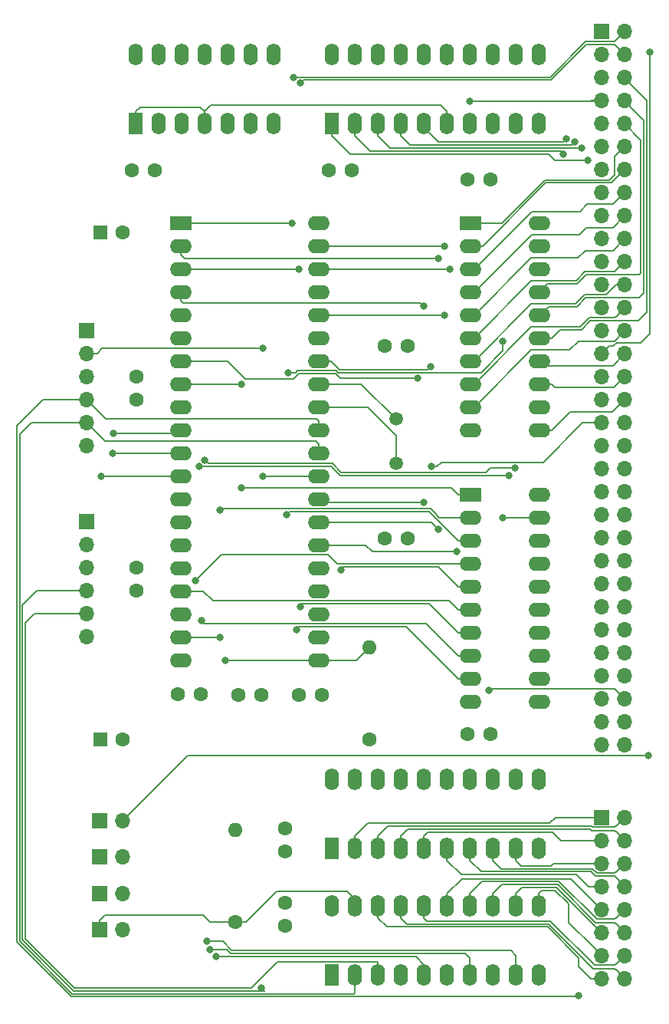
<source format=gbr>
G04 #@! TF.GenerationSoftware,KiCad,Pcbnew,(5.1.5-0-10_14)*
G04 #@! TF.CreationDate,2020-07-02T20:03:02+01:00*
G04 #@! TF.ProjectId,mc68681-basic,6d633638-3638-4312-9d62-617369632e6b,rev?*
G04 #@! TF.SameCoordinates,Original*
G04 #@! TF.FileFunction,Copper,L4,Bot*
G04 #@! TF.FilePolarity,Positive*
%FSLAX46Y46*%
G04 Gerber Fmt 4.6, Leading zero omitted, Abs format (unit mm)*
G04 Created by KiCad (PCBNEW (5.1.5-0-10_14)) date 2020-07-02 20:03:02*
%MOMM*%
%LPD*%
G04 APERTURE LIST*
%ADD10O,1.600000X1.600000*%
%ADD11C,1.600000*%
%ADD12O,1.600000X2.400000*%
%ADD13R,1.600000X2.400000*%
%ADD14C,1.600200*%
%ADD15C,1.500000*%
%ADD16O,1.700000X1.700000*%
%ADD17R,1.700000X1.700000*%
%ADD18O,2.400000X1.600000*%
%ADD19R,2.400000X1.600000*%
%ADD20R,1.600000X1.600000*%
%ADD21C,0.800000*%
%ADD22C,0.150000*%
G04 APERTURE END LIST*
D10*
X92850000Y-116815000D03*
D11*
X92850000Y-126975000D03*
D12*
X88700000Y-131380000D03*
X111560000Y-139000000D03*
X91240000Y-131380000D03*
X109020000Y-139000000D03*
X93780000Y-131380000D03*
X106480000Y-139000000D03*
X96320000Y-131380000D03*
X103940000Y-139000000D03*
X98860000Y-131380000D03*
X101400000Y-139000000D03*
X101400000Y-131380000D03*
X98860000Y-139000000D03*
X103940000Y-131380000D03*
X96320000Y-139000000D03*
X106480000Y-131380000D03*
X93780000Y-139000000D03*
X109020000Y-131380000D03*
X91240000Y-139000000D03*
X111560000Y-131380000D03*
D13*
X88700000Y-139000000D03*
D14*
X85065800Y-122075000D03*
X87605800Y-122075000D03*
X67100000Y-108080000D03*
X67100000Y-110620000D03*
X78355000Y-122075000D03*
X80895000Y-122075000D03*
X103644200Y-126450000D03*
X106184200Y-126450000D03*
X83500000Y-145044200D03*
X83500000Y-147584200D03*
X83500000Y-136815800D03*
X83500000Y-139355800D03*
X67100000Y-86920000D03*
X67100000Y-89460000D03*
X71644200Y-122000000D03*
X74184200Y-122000000D03*
X94505000Y-83550000D03*
X97045000Y-83550000D03*
X106184200Y-65175000D03*
X103644200Y-65175000D03*
X94505000Y-104850000D03*
X97045000Y-104850000D03*
X66594200Y-64200000D03*
X69134200Y-64200000D03*
X88294200Y-64200000D03*
X90834200Y-64200000D03*
D10*
X78025000Y-137015000D03*
D11*
X78025000Y-147175000D03*
D15*
X95775000Y-91644999D03*
X95775000Y-96524999D03*
D16*
X65540000Y-136000000D03*
D17*
X63000000Y-136000000D03*
D16*
X65540000Y-140000000D03*
D17*
X63000000Y-140000000D03*
D16*
X65540000Y-144000000D03*
D17*
X63000000Y-144000000D03*
D16*
X65540000Y-148000000D03*
D17*
X63000000Y-148000000D03*
D16*
X61550000Y-115700000D03*
X61550000Y-113160000D03*
X61550000Y-110620000D03*
X61550000Y-108080000D03*
X61550000Y-105540000D03*
D17*
X61550000Y-103000000D03*
D16*
X61550000Y-94540000D03*
X61550000Y-92000000D03*
X61550000Y-89460000D03*
X61550000Y-86920000D03*
X61550000Y-84380000D03*
D17*
X61550000Y-81840000D03*
D16*
X121000000Y-153380000D03*
X118460000Y-153380000D03*
X121000000Y-150840000D03*
X118460000Y-150840000D03*
X121000000Y-148300000D03*
X118460000Y-148300000D03*
X121000000Y-145760000D03*
X118460000Y-145760000D03*
X121000000Y-143220000D03*
X118460000Y-143220000D03*
X121000000Y-140680000D03*
X118460000Y-140680000D03*
X121000000Y-138140000D03*
X118460000Y-138140000D03*
X121000000Y-135600000D03*
D17*
X118460000Y-135600000D03*
D16*
X121000000Y-127640000D03*
X118460000Y-127640000D03*
X121000000Y-125100000D03*
X118460000Y-125100000D03*
X121000000Y-122560000D03*
X118460000Y-122560000D03*
X121000000Y-120020000D03*
X118460000Y-120020000D03*
X121000000Y-117480000D03*
X118460000Y-117480000D03*
X121000000Y-114940000D03*
X118460000Y-114940000D03*
X121000000Y-112400000D03*
X118460000Y-112400000D03*
X121000000Y-109860000D03*
X118460000Y-109860000D03*
X121000000Y-107320000D03*
X118460000Y-107320000D03*
X121000000Y-104780000D03*
X118460000Y-104780000D03*
X121000000Y-102240000D03*
X118460000Y-102240000D03*
X121000000Y-99700000D03*
X118460000Y-99700000D03*
X121000000Y-97160000D03*
X118460000Y-97160000D03*
X121000000Y-94620000D03*
X118460000Y-94620000D03*
X121000000Y-92080000D03*
X118460000Y-92080000D03*
X121000000Y-89540000D03*
X118460000Y-89540000D03*
X121000000Y-87000000D03*
X118460000Y-87000000D03*
X121000000Y-84460000D03*
X118460000Y-84460000D03*
X121000000Y-81920000D03*
X118460000Y-81920000D03*
X121000000Y-79380000D03*
X118460000Y-79380000D03*
X121000000Y-76840000D03*
X118460000Y-76840000D03*
X121000000Y-74300000D03*
X118460000Y-74300000D03*
X121000000Y-71760000D03*
X118460000Y-71760000D03*
X121000000Y-69220000D03*
X118460000Y-69220000D03*
X121000000Y-66680000D03*
X118460000Y-66680000D03*
X121000000Y-64140000D03*
X118460000Y-64140000D03*
X121000000Y-61600000D03*
X118460000Y-61600000D03*
X121000000Y-59060000D03*
X118460000Y-59060000D03*
X121000000Y-56520000D03*
X118460000Y-56520000D03*
X121000000Y-53980000D03*
X118460000Y-53980000D03*
X121000000Y-51440000D03*
X118460000Y-51440000D03*
X121000000Y-48900000D03*
D17*
X118460000Y-48900000D03*
D12*
X88700000Y-51430000D03*
X111560000Y-59050000D03*
X91240000Y-51430000D03*
X109020000Y-59050000D03*
X93780000Y-51430000D03*
X106480000Y-59050000D03*
X96320000Y-51430000D03*
X103940000Y-59050000D03*
X98860000Y-51430000D03*
X101400000Y-59050000D03*
X101400000Y-51430000D03*
X98860000Y-59050000D03*
X103940000Y-51430000D03*
X96320000Y-59050000D03*
X106480000Y-51430000D03*
X93780000Y-59050000D03*
X109020000Y-51430000D03*
X91240000Y-59050000D03*
X111560000Y-51430000D03*
D13*
X88700000Y-59050000D03*
D18*
X111620000Y-70000000D03*
X104000000Y-92860000D03*
X111620000Y-72540000D03*
X104000000Y-90320000D03*
X111620000Y-75080000D03*
X104000000Y-87780000D03*
X111620000Y-77620000D03*
X104000000Y-85240000D03*
X111620000Y-80160000D03*
X104000000Y-82700000D03*
X111620000Y-82700000D03*
X104000000Y-80160000D03*
X111620000Y-85240000D03*
X104000000Y-77620000D03*
X111620000Y-87780000D03*
X104000000Y-75080000D03*
X111620000Y-90320000D03*
X104000000Y-72540000D03*
X111620000Y-92860000D03*
D19*
X104000000Y-70000000D03*
D12*
X67000000Y-51430000D03*
X82240000Y-59050000D03*
X69540000Y-51430000D03*
X79700000Y-59050000D03*
X72080000Y-51430000D03*
X77160000Y-59050000D03*
X74620000Y-51430000D03*
X74620000Y-59050000D03*
X77160000Y-51430000D03*
X72080000Y-59050000D03*
X79700000Y-51430000D03*
X69540000Y-59050000D03*
X82240000Y-51430000D03*
D13*
X67000000Y-59050000D03*
D12*
X88700000Y-145380000D03*
X111560000Y-153000000D03*
X91240000Y-145380000D03*
X109020000Y-153000000D03*
X93780000Y-145380000D03*
X106480000Y-153000000D03*
X96320000Y-145380000D03*
X103940000Y-153000000D03*
X98860000Y-145380000D03*
X101400000Y-153000000D03*
X101400000Y-145380000D03*
X98860000Y-153000000D03*
X103940000Y-145380000D03*
X96320000Y-153000000D03*
X106480000Y-145380000D03*
X93780000Y-153000000D03*
X109020000Y-145380000D03*
X91240000Y-153000000D03*
X111560000Y-145380000D03*
D13*
X88700000Y-153000000D03*
D18*
X111620000Y-100000000D03*
X104000000Y-122860000D03*
X111620000Y-102540000D03*
X104000000Y-120320000D03*
X111620000Y-105080000D03*
X104000000Y-117780000D03*
X111620000Y-107620000D03*
X104000000Y-115240000D03*
X111620000Y-110160000D03*
X104000000Y-112700000D03*
X111620000Y-112700000D03*
X104000000Y-110160000D03*
X111620000Y-115240000D03*
X104000000Y-107620000D03*
X111620000Y-117780000D03*
X104000000Y-105080000D03*
X111620000Y-120320000D03*
X104000000Y-102540000D03*
X111620000Y-122860000D03*
D19*
X104000000Y-100000000D03*
D18*
X87240000Y-70000000D03*
X72000000Y-118260000D03*
X87240000Y-72540000D03*
X72000000Y-115720000D03*
X87240000Y-75080000D03*
X72000000Y-113180000D03*
X87240000Y-77620000D03*
X72000000Y-110640000D03*
X87240000Y-80160000D03*
X72000000Y-108100000D03*
X87240000Y-82700000D03*
X72000000Y-105560000D03*
X87240000Y-85240000D03*
X72000000Y-103020000D03*
X87240000Y-87780000D03*
X72000000Y-100480000D03*
X87240000Y-90320000D03*
X72000000Y-97940000D03*
X87240000Y-92860000D03*
X72000000Y-95400000D03*
X87240000Y-95400000D03*
X72000000Y-92860000D03*
X87240000Y-97940000D03*
X72000000Y-90320000D03*
X87240000Y-100480000D03*
X72000000Y-87780000D03*
X87240000Y-103020000D03*
X72000000Y-85240000D03*
X87240000Y-105560000D03*
X72000000Y-82700000D03*
X87240000Y-108100000D03*
X72000000Y-80160000D03*
X87240000Y-110640000D03*
X72000000Y-77620000D03*
X87240000Y-113180000D03*
X72000000Y-75080000D03*
X87240000Y-115720000D03*
X72000000Y-72540000D03*
X87240000Y-118260000D03*
D19*
X72000000Y-70000000D03*
D11*
X65592621Y-127000000D03*
D20*
X63092621Y-127000000D03*
D11*
X65592621Y-71000000D03*
D20*
X63092621Y-71000000D03*
D21*
X101125000Y-72575000D03*
X76300000Y-101650000D03*
X76275000Y-115725000D03*
X101725000Y-75075000D03*
X73600000Y-109459620D03*
X101099980Y-80150000D03*
X74250000Y-113925000D03*
X107572298Y-83022298D03*
X83850000Y-86500000D03*
X107550000Y-102500000D03*
X74909311Y-149279133D03*
X99625000Y-85850000D03*
X99700000Y-96875000D03*
X75234321Y-150209738D03*
X75850000Y-150975000D03*
X63199999Y-97950000D03*
X115975000Y-155325000D03*
X64500000Y-95450000D03*
X64525000Y-93225000D03*
X80875000Y-154424990D03*
X81050000Y-83850000D03*
X81050000Y-97950000D03*
X98825000Y-100850000D03*
X106000000Y-121575000D03*
X78725000Y-99225000D03*
X78725000Y-87775000D03*
X100449990Y-103800000D03*
X98125000Y-87150000D03*
X102450000Y-106300000D03*
X108222298Y-97850000D03*
X74000000Y-96900000D03*
X84750000Y-114880010D03*
X108875000Y-97050000D03*
X74650000Y-96163202D03*
X85200000Y-112340010D03*
X98825000Y-79200000D03*
X89650000Y-108270000D03*
X85193727Y-54558833D03*
X85075000Y-75100000D03*
X83700000Y-102180010D03*
X100424999Y-73925000D03*
X76925000Y-118275000D03*
X84475000Y-53900000D03*
X84275000Y-70000000D03*
X123800000Y-51125000D03*
X114583376Y-60700010D03*
X103950000Y-56525000D03*
X115536612Y-61050020D03*
X116300000Y-61725000D03*
X114275000Y-62375020D03*
X116950000Y-63125000D03*
X123600000Y-128750000D03*
D22*
X92645000Y-90320000D02*
X87240000Y-90320000D01*
X95775000Y-93450000D02*
X92645000Y-90320000D01*
X95775000Y-96524999D02*
X95775000Y-93450000D01*
X91910001Y-87780000D02*
X87240000Y-87780000D01*
X95775000Y-91644999D02*
X91910001Y-87780000D01*
X87275000Y-72575000D02*
X87240000Y-72540000D01*
X101125000Y-72575000D02*
X87275000Y-72575000D01*
X104000000Y-102540000D02*
X100569632Y-102540000D01*
X100569632Y-102540000D02*
X99927316Y-101897684D01*
X99927316Y-101897684D02*
X99559643Y-101530010D01*
X99559643Y-101530010D02*
X86105010Y-101530010D01*
X86105010Y-101530010D02*
X81205010Y-101530010D01*
X86105010Y-101530010D02*
X86000000Y-101530010D01*
X76419990Y-101530010D02*
X76300000Y-101650000D01*
X81205010Y-101530010D02*
X76419990Y-101530010D01*
X72005000Y-115725000D02*
X72000000Y-115720000D01*
X76275000Y-115725000D02*
X72005000Y-115725000D01*
X87245000Y-75075000D02*
X87240000Y-75080000D01*
X101725000Y-75075000D02*
X87245000Y-75075000D01*
X104000000Y-107620000D02*
X89295000Y-107620000D01*
X88285010Y-106610010D02*
X86285010Y-106610010D01*
X89295000Y-107620000D02*
X88285010Y-106610010D01*
X86285010Y-106610010D02*
X86275000Y-106600000D01*
X76449610Y-106610010D02*
X73600000Y-109459620D01*
X81939990Y-106610010D02*
X76449610Y-106610010D01*
X86285010Y-106610010D02*
X81939990Y-106610010D01*
X81939990Y-106610010D02*
X81785010Y-106610010D01*
X74459980Y-110640000D02*
X72000000Y-110640000D01*
X75509990Y-111690010D02*
X74459980Y-110640000D01*
X101640010Y-111690010D02*
X75509990Y-111690010D01*
X102650000Y-112700000D02*
X101640010Y-111690010D01*
X104000000Y-112700000D02*
X102650000Y-112700000D01*
X87250000Y-80150000D02*
X87240000Y-80160000D01*
X101099980Y-80150000D02*
X87250000Y-80150000D01*
X102650000Y-117780000D02*
X101600000Y-116730000D01*
X104000000Y-117780000D02*
X102650000Y-117780000D01*
X99100010Y-114230010D02*
X85605010Y-114230010D01*
X101600000Y-116730000D02*
X99100010Y-114230010D01*
X85605010Y-114230010D02*
X82105010Y-114230010D01*
X74555010Y-114230010D02*
X74250000Y-113925000D01*
X82105010Y-114230010D02*
X74555010Y-114230010D01*
X107572298Y-83022298D02*
X107572298Y-84112714D01*
X107572298Y-84112714D02*
X105185012Y-86500000D01*
X111580000Y-102500000D02*
X111620000Y-102540000D01*
X107550000Y-102500000D02*
X111580000Y-102500000D01*
X83850000Y-86500000D02*
X84675000Y-86500000D01*
X84675000Y-86500000D02*
X84875000Y-86300000D01*
X89190368Y-86300000D02*
X89390367Y-86500000D01*
X84875000Y-86300000D02*
X89190368Y-86300000D01*
X89390367Y-86500000D02*
X105185012Y-86500000D01*
X74909311Y-149279133D02*
X76621474Y-149279133D01*
X77600000Y-150257659D02*
X77607659Y-150257659D01*
X77607659Y-150257659D02*
X77674980Y-150324980D01*
X76621474Y-149279133D02*
X77600000Y-150257659D01*
X77674980Y-150324980D02*
X108449980Y-150324980D01*
X109020000Y-150895000D02*
X109020000Y-153600000D01*
X108449980Y-150324980D02*
X109020000Y-150895000D01*
X88590000Y-85240000D02*
X89524990Y-86174990D01*
X87240000Y-85240000D02*
X88590000Y-85240000D01*
X99300010Y-86174990D02*
X99625000Y-85850000D01*
X89524990Y-86174990D02*
X99300010Y-86174990D01*
X100265685Y-96875000D02*
X100740686Y-96399999D01*
X100740686Y-96399999D02*
X112024999Y-96399999D01*
X99700000Y-96875000D02*
X100265685Y-96875000D01*
X116344998Y-92080000D02*
X118460000Y-92080000D01*
X112024999Y-96399999D02*
X116344998Y-92080000D01*
X75234321Y-150209738D02*
X77084748Y-150209738D01*
X77525000Y-150649990D02*
X103424990Y-150649990D01*
X77084748Y-150209738D02*
X77525000Y-150649990D01*
X103940000Y-151165000D02*
X103940000Y-153600000D01*
X103424990Y-150649990D02*
X103940000Y-151165000D01*
X75850000Y-150975000D02*
X97975000Y-150975000D01*
X98860000Y-151860000D02*
X98860000Y-153600000D01*
X97975000Y-150975000D02*
X98860000Y-151860000D01*
X71990000Y-97950000D02*
X72000000Y-97940000D01*
X63199999Y-97950000D02*
X71990000Y-97950000D01*
X61550000Y-89460000D02*
X63715000Y-91625000D01*
X87240000Y-91910000D02*
X87240000Y-92860000D01*
X86955000Y-91625000D02*
X87240000Y-91910000D01*
X63715000Y-91625000D02*
X86955000Y-91625000D01*
X61550000Y-89460000D02*
X56790000Y-89460000D01*
X56790000Y-89460000D02*
X54450000Y-91800000D01*
X54450000Y-91800000D02*
X53850000Y-92400000D01*
X53850000Y-92400000D02*
X53850000Y-104975000D01*
X53850000Y-104975000D02*
X53850000Y-142075000D01*
X53850000Y-149394870D02*
X59855130Y-155400000D01*
X53850000Y-142075000D02*
X53850000Y-149394870D01*
X115900000Y-155400000D02*
X115975000Y-155325000D01*
X59855130Y-155400000D02*
X115900000Y-155400000D01*
X71950000Y-95450000D02*
X72000000Y-95400000D01*
X64500000Y-95450000D02*
X71950000Y-95450000D01*
X93780000Y-151650000D02*
X93780000Y-153000000D01*
X93679990Y-151549990D02*
X93780000Y-151650000D01*
X82625010Y-151549990D02*
X93679990Y-151549990D01*
X79750030Y-154424970D02*
X82625010Y-151549990D01*
X54825030Y-114149970D02*
X54825030Y-148991004D01*
X60258996Y-154424970D02*
X79750030Y-154424970D01*
X54825030Y-148991004D02*
X60258996Y-154424970D01*
X55815000Y-113160000D02*
X54825030Y-114149970D01*
X61550000Y-113160000D02*
X55815000Y-113160000D01*
X61550000Y-92000000D02*
X63650000Y-94100000D01*
X87240000Y-94450000D02*
X87240000Y-95400000D01*
X86890000Y-94100000D02*
X87240000Y-94450000D01*
X63650000Y-94100000D02*
X86890000Y-94100000D01*
X55525000Y-92000000D02*
X54175010Y-93349990D01*
X59989752Y-155074990D02*
X91115010Y-155074990D01*
X54175010Y-149260248D02*
X59989752Y-155074990D01*
X91115010Y-155074990D02*
X91240000Y-154950000D01*
X54175010Y-93349990D02*
X54175010Y-149260248D01*
X91240000Y-154950000D02*
X91240000Y-153600000D01*
X61550000Y-92000000D02*
X55525000Y-92000000D01*
X71635000Y-93225000D02*
X72000000Y-92860000D01*
X64525000Y-93225000D02*
X71635000Y-93225000D01*
X61550000Y-110620000D02*
X56055000Y-110620000D01*
X56055000Y-110620000D02*
X54500020Y-112174980D01*
X54500020Y-140224980D02*
X54500020Y-149125626D01*
X54500020Y-112174980D02*
X54500020Y-140224980D01*
X54500020Y-140224980D02*
X54500020Y-140350020D01*
X54500020Y-149125626D02*
X60124374Y-154749980D01*
X81199990Y-154749980D02*
X80875000Y-154424990D01*
X60124374Y-154749980D02*
X81199990Y-154749980D01*
X62752081Y-84380000D02*
X63282081Y-83850000D01*
X61550000Y-84380000D02*
X62752081Y-84380000D01*
X63282081Y-83850000D02*
X81050000Y-83850000D01*
X87230000Y-97950000D02*
X87240000Y-97940000D01*
X81050000Y-97950000D02*
X87230000Y-97950000D01*
X87610000Y-100850000D02*
X87240000Y-100480000D01*
X98825000Y-100850000D02*
X87610000Y-100850000D01*
X106115001Y-121459999D02*
X106000000Y-121575000D01*
X119899999Y-121459999D02*
X106115001Y-121459999D01*
X121000000Y-122560000D02*
X119899999Y-121459999D01*
X102650000Y-100000000D02*
X101875000Y-99225000D01*
X104000000Y-100000000D02*
X102650000Y-100000000D01*
X101875000Y-99225000D02*
X78725000Y-99225000D01*
X72005000Y-87775000D02*
X72000000Y-87780000D01*
X78725000Y-87775000D02*
X72005000Y-87775000D01*
X99670760Y-103020000D02*
X87240000Y-103020000D01*
X100049991Y-103399231D02*
X99670760Y-103020000D01*
X100049991Y-103400001D02*
X100049991Y-103399231D01*
X100449990Y-103800000D02*
X100049991Y-103400001D01*
X98125000Y-87150000D02*
X89580735Y-87150000D01*
X89580735Y-87150000D02*
X89055745Y-86625010D01*
X85009622Y-86625010D02*
X84434632Y-87200000D01*
X89055745Y-86625010D02*
X85009622Y-86625010D01*
X73350000Y-85240000D02*
X72000000Y-85240000D01*
X77152002Y-85240000D02*
X73350000Y-85240000D01*
X79112002Y-87200000D02*
X77152002Y-85240000D01*
X84434632Y-87200000D02*
X79112002Y-87200000D01*
X87240000Y-105560000D02*
X92385000Y-105560000D01*
X93125000Y-106300000D02*
X101475000Y-106300000D01*
X92385000Y-105560000D02*
X93125000Y-106300000D01*
X101475000Y-106300000D02*
X102450000Y-106300000D01*
X111690000Y-80160000D02*
X111620000Y-80160000D01*
X115734623Y-79250010D02*
X112599990Y-79250010D01*
X112599990Y-79250010D02*
X111690000Y-80160000D01*
X116719621Y-78265011D02*
X115734623Y-79250010D01*
X122609989Y-78265011D02*
X116719621Y-78265011D01*
X121849999Y-57369999D02*
X121000000Y-56520000D01*
X123150010Y-58670010D02*
X121849999Y-57369999D01*
X123150010Y-77724990D02*
X123150010Y-58670010D01*
X122609989Y-78265011D02*
X123150010Y-77724990D01*
X89575010Y-97850010D02*
X106322288Y-97850010D01*
X88614990Y-96889990D02*
X89575010Y-97850010D01*
X74010010Y-96889990D02*
X88614990Y-96889990D01*
X74000000Y-96900000D02*
X74010010Y-96889990D01*
X106322288Y-97850010D02*
X106824990Y-97850010D01*
X106825000Y-97850000D02*
X108222298Y-97850000D01*
X106824990Y-97850010D02*
X106825000Y-97850000D01*
X102650000Y-120320000D02*
X96885020Y-114555020D01*
X104000000Y-120320000D02*
X102650000Y-120320000D01*
X96885020Y-114555020D02*
X85650000Y-114555020D01*
X85074990Y-114555020D02*
X84750000Y-114880010D01*
X85650000Y-114555020D02*
X85074990Y-114555020D01*
X112970000Y-82700000D02*
X113869990Y-81800010D01*
X111620000Y-82700000D02*
X112970000Y-82700000D01*
X117229622Y-80805011D02*
X122544989Y-80805011D01*
X116234623Y-81800010D02*
X117229622Y-80805011D01*
X113869990Y-81800010D02*
X116234623Y-81800010D01*
X121849999Y-54829999D02*
X121000000Y-53980000D01*
X123475020Y-56455020D02*
X121849999Y-54829999D01*
X123475020Y-79874980D02*
X123475020Y-56455020D01*
X122544989Y-80805011D02*
X123475020Y-79874980D01*
X89709632Y-97525000D02*
X105685296Y-97525000D01*
X105685296Y-97525000D02*
X106160296Y-97050000D01*
X88749613Y-96564980D02*
X89709632Y-97525000D01*
X75051778Y-96564980D02*
X88749613Y-96564980D01*
X106160296Y-97050000D02*
X108875000Y-97050000D01*
X74650000Y-96163202D02*
X75051778Y-96564980D01*
X102650000Y-115240000D02*
X99425020Y-112015020D01*
X104000000Y-115240000D02*
X102650000Y-115240000D01*
X99425020Y-112015020D02*
X85150000Y-112015020D01*
X85150000Y-112290010D02*
X85200000Y-112340010D01*
X85150000Y-112015020D02*
X85150000Y-112290010D01*
X72000000Y-78570000D02*
X72000000Y-77620000D01*
X72230001Y-78800001D02*
X72000000Y-78570000D01*
X98425001Y-78800001D02*
X72230001Y-78800001D01*
X98825000Y-79200000D02*
X98425001Y-78800001D01*
X102650000Y-110160000D02*
X100435010Y-107945010D01*
X104000000Y-110160000D02*
X102650000Y-110160000D01*
X89974990Y-107945010D02*
X89650000Y-108270000D01*
X100435010Y-107945010D02*
X89974990Y-107945010D01*
X121000000Y-51440000D02*
X119885011Y-50325011D01*
X119885011Y-50325011D02*
X116809623Y-50325011D01*
X116809623Y-50325011D02*
X112909634Y-54225000D01*
X112909634Y-54225000D02*
X111950000Y-54225000D01*
X111284633Y-54225000D02*
X111284623Y-54225010D01*
X111950000Y-54225000D02*
X111284633Y-54225000D01*
X111284623Y-54225010D02*
X85875000Y-54225010D01*
X85527550Y-54225010D02*
X85193727Y-54558833D01*
X85875000Y-54225010D02*
X85527550Y-54225010D01*
X72020000Y-75100000D02*
X72000000Y-75080000D01*
X85075000Y-75100000D02*
X72020000Y-75100000D01*
X102650000Y-105080000D02*
X99425020Y-101855020D01*
X104000000Y-105080000D02*
X102650000Y-105080000D01*
X99425020Y-101855020D02*
X85500000Y-101855020D01*
X85500000Y-101855020D02*
X85374990Y-101855020D01*
X84024990Y-101855020D02*
X83700000Y-102180010D01*
X85374990Y-101855020D02*
X84024990Y-101855020D01*
X72000000Y-73490000D02*
X72000000Y-72540000D01*
X72435000Y-73925000D02*
X72000000Y-73490000D01*
X100424999Y-73925000D02*
X72435000Y-73925000D01*
X101400000Y-57700000D02*
X100725000Y-57025000D01*
X101400000Y-59050000D02*
X101400000Y-57700000D01*
X74620000Y-57700000D02*
X74620000Y-59050000D01*
X75295000Y-57025000D02*
X74620000Y-57700000D01*
X100725000Y-57025000D02*
X75295000Y-57025000D01*
X74620000Y-57700000D02*
X74145000Y-57225000D01*
X67000000Y-57700000D02*
X67000000Y-59050000D01*
X67475000Y-57225000D02*
X67000000Y-57700000D01*
X74145000Y-57225000D02*
X67475000Y-57225000D01*
X87225000Y-118275000D02*
X87240000Y-118260000D01*
X76925000Y-118275000D02*
X87225000Y-118275000D01*
X91405000Y-118260000D02*
X92850000Y-116815000D01*
X87240000Y-118260000D02*
X91405000Y-118260000D01*
X119899999Y-50000001D02*
X116675001Y-50000001D01*
X121000000Y-48900000D02*
X119899999Y-50000001D01*
X116675001Y-50000001D02*
X112775002Y-53900000D01*
X112775002Y-53900000D02*
X111150000Y-53900000D01*
X111150000Y-53900000D02*
X84475000Y-53900000D01*
X84275000Y-70000000D02*
X72000000Y-70000000D01*
X91240000Y-144630000D02*
X91240000Y-145980000D01*
X90385000Y-143775000D02*
X91240000Y-144630000D01*
X74410001Y-146385001D02*
X75200000Y-147175000D01*
X75200000Y-147175000D02*
X78025000Y-147175000D01*
X63614999Y-146385001D02*
X74410001Y-146385001D01*
X63000000Y-147000000D02*
X63614999Y-146385001D01*
X63000000Y-148000000D02*
X63000000Y-147000000D01*
X82556370Y-143775000D02*
X90385000Y-143775000D01*
X79156370Y-147175000D02*
X82556370Y-143775000D01*
X78025000Y-147175000D02*
X79156370Y-147175000D01*
X93780000Y-146730000D02*
X93780000Y-145380000D01*
X94750020Y-147700020D02*
X93780000Y-146730000D01*
X115975000Y-151144264D02*
X112530756Y-147700020D01*
X115975000Y-152097081D02*
X115975000Y-151144264D01*
X117257919Y-153380000D02*
X115975000Y-152097081D01*
X112530756Y-147700020D02*
X94750020Y-147700020D01*
X118460000Y-153380000D02*
X117257919Y-153380000D01*
X96320000Y-145380000D02*
X96320000Y-146730000D01*
X117570367Y-152279999D02*
X119899999Y-152279999D01*
X119899999Y-152279999D02*
X120150001Y-152530001D01*
X112665378Y-147375010D02*
X117570367Y-152279999D01*
X120150001Y-152530001D02*
X121000000Y-153380000D01*
X96965010Y-147375010D02*
X112665378Y-147375010D01*
X96320000Y-146730000D02*
X96965010Y-147375010D01*
X98860000Y-146730000D02*
X99180000Y-147050000D01*
X98860000Y-145380000D02*
X98860000Y-146730000D01*
X120150001Y-151689999D02*
X121000000Y-150840000D01*
X119899999Y-151940001D02*
X120150001Y-151689999D01*
X112800000Y-147050000D02*
X117690001Y-151940001D01*
X99180000Y-147050000D02*
X112800000Y-147050000D01*
X117690001Y-151940001D02*
X119899999Y-151940001D01*
X112800000Y-147050000D02*
X112925000Y-147050000D01*
X115074960Y-142374960D02*
X118460000Y-145760000D01*
X103055040Y-142374960D02*
X115074960Y-142374960D01*
X101400000Y-144030000D02*
X103055040Y-142374960D01*
X101400000Y-145380000D02*
X101400000Y-144030000D01*
X120150001Y-146609999D02*
X121000000Y-145760000D01*
X119899999Y-146860001D02*
X120150001Y-146609999D01*
X117931999Y-146860001D02*
X119899999Y-146860001D01*
X113771968Y-142699970D02*
X117931999Y-146860001D01*
X103940000Y-144030000D02*
X105270030Y-142699970D01*
X105270030Y-142699970D02*
X113771968Y-142699970D01*
X103940000Y-145380000D02*
X103940000Y-144030000D01*
X120150001Y-147450001D02*
X121000000Y-148300000D01*
X119899999Y-147199999D02*
X120150001Y-147450001D01*
X106480000Y-144030000D02*
X107485020Y-143024980D01*
X117812365Y-147199999D02*
X119899999Y-147199999D01*
X106480000Y-145380000D02*
X106480000Y-144030000D01*
X113637346Y-143024980D02*
X117812365Y-147199999D01*
X107485020Y-143024980D02*
X113637346Y-143024980D01*
X113502724Y-143349990D02*
X118452734Y-148300000D01*
X118452734Y-148300000D02*
X118460000Y-148300000D01*
X109700010Y-143349990D02*
X113502724Y-143349990D01*
X109020000Y-144030000D02*
X109700010Y-143349990D01*
X109020000Y-145380000D02*
X109020000Y-144030000D01*
X117610001Y-149990001D02*
X118460000Y-150840000D01*
X114825000Y-147205000D02*
X117610001Y-149990001D01*
X114825000Y-145150000D02*
X114825000Y-147205000D01*
X113350000Y-143675000D02*
X114825000Y-145150000D01*
X111915000Y-143675000D02*
X113350000Y-143675000D01*
X111560000Y-144030000D02*
X111915000Y-143675000D01*
X111560000Y-145380000D02*
X111560000Y-144030000D01*
X119769632Y-83610001D02*
X119309999Y-83610001D01*
X120154633Y-83225000D02*
X119769632Y-83610001D01*
X119309999Y-83610001D02*
X118460000Y-84460000D01*
X122825000Y-83225000D02*
X120154633Y-83225000D01*
X123800030Y-82249970D02*
X122825000Y-83225000D01*
X123800030Y-56320397D02*
X123800030Y-82249970D01*
X123800000Y-56320367D02*
X123800030Y-56320397D01*
X123800000Y-51125000D02*
X123800000Y-56320367D01*
X119874999Y-83045001D02*
X115904999Y-83045001D01*
X121000000Y-81920000D02*
X119874999Y-83045001D01*
X115904999Y-83045001D02*
X114925000Y-84025000D01*
X104400000Y-90320000D02*
X104000000Y-90320000D01*
X110695000Y-84025000D02*
X104400000Y-90320000D01*
X114925000Y-84025000D02*
X110695000Y-84025000D01*
X120150001Y-80229999D02*
X121000000Y-79380000D01*
X117094999Y-80480001D02*
X119899999Y-80480001D01*
X119899999Y-80480001D02*
X120150001Y-80229999D01*
X116100000Y-81475000D02*
X117094999Y-80480001D01*
X110705000Y-81475000D02*
X116100000Y-81475000D01*
X104400000Y-87780000D02*
X110705000Y-81475000D01*
X104000000Y-87780000D02*
X104400000Y-87780000D01*
X122825000Y-60885000D02*
X121000000Y-59060000D01*
X122649989Y-75725011D02*
X122825000Y-75550000D01*
X116759622Y-75725011D02*
X122649989Y-75725011D01*
X122825000Y-75550000D02*
X122825000Y-60885000D01*
X115784623Y-76700010D02*
X116759622Y-75725011D01*
X112449990Y-76700010D02*
X115784623Y-76700010D01*
X111620000Y-77530000D02*
X112449990Y-76700010D01*
X111620000Y-77620000D02*
X111620000Y-77530000D01*
X104000000Y-85240000D02*
X104400000Y-85240000D01*
X104400000Y-85240000D02*
X110715000Y-78925000D01*
X110715000Y-78925000D02*
X115600000Y-78925000D01*
X121000000Y-76840000D02*
X120088002Y-76840000D01*
X116584999Y-77940001D02*
X115600000Y-78925000D01*
X118988001Y-77940001D02*
X116584999Y-77940001D01*
X120088002Y-76840000D02*
X118988001Y-77940001D01*
X119899999Y-75400001D02*
X121000000Y-74300000D01*
X116675001Y-75400001D02*
X119899999Y-75400001D01*
X116650000Y-75375000D02*
X116675001Y-75400001D01*
X110725000Y-76375000D02*
X115650000Y-76375000D01*
X104400000Y-82700000D02*
X110725000Y-76375000D01*
X115650000Y-76375000D02*
X116650000Y-75375000D01*
X104000000Y-82700000D02*
X104400000Y-82700000D01*
X121000000Y-71760000D02*
X119710000Y-73050000D01*
X119710000Y-73050000D02*
X116700000Y-73050000D01*
X116700000Y-73050000D02*
X115875000Y-73875000D01*
X104400000Y-80160000D02*
X104000000Y-80160000D01*
X110685000Y-73875000D02*
X104400000Y-80160000D01*
X115875000Y-73875000D02*
X110685000Y-73875000D01*
X112970000Y-92860000D02*
X114980000Y-90850000D01*
X111620000Y-92860000D02*
X112970000Y-92860000D01*
X119690000Y-90850000D02*
X121000000Y-89540000D01*
X114980000Y-90850000D02*
X119690000Y-90850000D01*
X121000000Y-69220000D02*
X119720000Y-70500000D01*
X119720000Y-70500000D02*
X116775000Y-70500000D01*
X116775000Y-70500000D02*
X116000000Y-71275000D01*
X104400000Y-77620000D02*
X104000000Y-77620000D01*
X110745000Y-71275000D02*
X104400000Y-77620000D01*
X116000000Y-71275000D02*
X110745000Y-71275000D01*
X112970000Y-87780000D02*
X113340000Y-88150000D01*
X111620000Y-87780000D02*
X112970000Y-87780000D01*
X119850000Y-88150000D02*
X121000000Y-87000000D01*
X113340000Y-88150000D02*
X119850000Y-88150000D01*
X121000000Y-66680000D02*
X119780000Y-67900000D01*
X119780000Y-67900000D02*
X116900000Y-67900000D01*
X116900000Y-67900000D02*
X116075000Y-68725000D01*
X104400000Y-75080000D02*
X104000000Y-75080000D01*
X110755000Y-68725000D02*
X104400000Y-75080000D01*
X116075000Y-68725000D02*
X110755000Y-68725000D01*
X112310001Y-65579999D02*
X105350000Y-72540000D01*
X119560001Y-65579999D02*
X112310001Y-65579999D01*
X105350000Y-72540000D02*
X104000000Y-72540000D01*
X121000000Y-64140000D02*
X119560001Y-65579999D01*
X111620000Y-85240000D02*
X112190000Y-85240000D01*
X112190000Y-85240000D02*
X112700000Y-85750000D01*
X119710000Y-85750000D02*
X121000000Y-84460000D01*
X112700000Y-85750000D02*
X119710000Y-85750000D01*
X107350000Y-70000000D02*
X104000000Y-70000000D01*
X119899999Y-62700001D02*
X119899999Y-64650001D01*
X119899999Y-64650001D02*
X119295011Y-65254989D01*
X121000000Y-61600000D02*
X119899999Y-62700001D01*
X107430367Y-70000000D02*
X107350000Y-70000000D01*
X112175378Y-65254989D02*
X107430367Y-70000000D01*
X119295011Y-65254989D02*
X112175378Y-65254989D01*
X98860000Y-59450000D02*
X100435000Y-61025000D01*
X98860000Y-59050000D02*
X98860000Y-59450000D01*
X100435000Y-61025000D02*
X113475000Y-61025000D01*
X114258386Y-61025000D02*
X114583376Y-60700010D01*
X113475000Y-61025000D02*
X114258386Y-61025000D01*
X117257919Y-56520000D02*
X118460000Y-56520000D01*
X118455000Y-56525000D02*
X118460000Y-56520000D01*
X103950000Y-56525000D02*
X118455000Y-56525000D01*
X96320000Y-60400000D02*
X97295010Y-61375010D01*
X96320000Y-59050000D02*
X96320000Y-60400000D01*
X97295010Y-61375010D02*
X100290022Y-61375010D01*
X100290022Y-61375010D02*
X111225000Y-61375010D01*
X115211622Y-61375010D02*
X115536612Y-61050020D01*
X111225000Y-61375010D02*
X115211622Y-61375010D01*
X93780000Y-60400000D02*
X95105020Y-61725020D01*
X93780000Y-59050000D02*
X93780000Y-60400000D01*
X95105020Y-61725020D02*
X100145044Y-61725020D01*
X100145044Y-61725020D02*
X109200000Y-61725020D01*
X116299980Y-61725020D02*
X116300000Y-61725000D01*
X109200000Y-61725020D02*
X116299980Y-61725020D01*
X91240000Y-60400000D02*
X92890030Y-62050030D01*
X91240000Y-59050000D02*
X91240000Y-60400000D01*
X113950010Y-62050030D02*
X114275000Y-62375020D01*
X92890030Y-62050030D02*
X113950010Y-62050030D01*
X88700000Y-59050000D02*
X88700000Y-60400000D01*
X88700000Y-60400000D02*
X90675040Y-62375040D01*
X90675040Y-62375040D02*
X103875040Y-62375040D01*
X103875040Y-62375040D02*
X108050000Y-62375040D01*
X108050000Y-62375040D02*
X111100000Y-62375040D01*
X111100000Y-62375040D02*
X112600040Y-62375040D01*
X113350000Y-63125000D02*
X114999980Y-63125000D01*
X112600040Y-62375040D02*
X113350000Y-63125000D01*
X118230000Y-66450000D02*
X118460000Y-66680000D01*
X114999980Y-63125000D02*
X115900000Y-63125000D01*
X115900000Y-63125000D02*
X116950000Y-63125000D01*
X123575000Y-128775000D02*
X123600000Y-128750000D01*
X72765000Y-128775000D02*
X123575000Y-128775000D01*
X65540000Y-136000000D02*
X72765000Y-128775000D01*
X109020000Y-140350000D02*
X109620000Y-140950000D01*
X109020000Y-139000000D02*
X109020000Y-140350000D01*
X109620000Y-140950000D02*
X112900000Y-140950000D01*
X113170000Y-140680000D02*
X118460000Y-140680000D01*
X112900000Y-140950000D02*
X113170000Y-140680000D01*
X120150001Y-142370001D02*
X121000000Y-143220000D01*
X103940000Y-139000000D02*
X103940000Y-140350000D01*
X105190020Y-141600020D02*
X117292386Y-141600020D01*
X117797376Y-142105011D02*
X119885011Y-142105011D01*
X117292386Y-141600020D02*
X117797376Y-142105011D01*
X119885011Y-142105011D02*
X120150001Y-142370001D01*
X103940000Y-140350000D02*
X105190020Y-141600020D01*
X117019970Y-143220000D02*
X118460000Y-143220000D01*
X102975030Y-141925030D02*
X115725000Y-141925030D01*
X115725000Y-141925030D02*
X117019970Y-143220000D01*
X101400000Y-140350000D02*
X102975030Y-141925030D01*
X101400000Y-139000000D02*
X101400000Y-140350000D01*
X98860000Y-137650000D02*
X99260000Y-137250000D01*
X98860000Y-139000000D02*
X98860000Y-137650000D01*
X99260000Y-137250000D02*
X113100000Y-137250000D01*
X113990000Y-138140000D02*
X118460000Y-138140000D01*
X113100000Y-137250000D02*
X113990000Y-138140000D01*
X119899999Y-137039999D02*
X120150001Y-137290001D01*
X120150001Y-137290001D02*
X121000000Y-138140000D01*
X97045010Y-136924990D02*
X117225376Y-136924990D01*
X117225376Y-136924990D02*
X117340385Y-137039999D01*
X96320000Y-137650000D02*
X97045010Y-136924990D01*
X117340385Y-137039999D02*
X119899999Y-137039999D01*
X96320000Y-139000000D02*
X96320000Y-137650000D01*
X119899999Y-136700001D02*
X120150001Y-136449999D01*
X117359999Y-136599980D02*
X117460020Y-136700001D01*
X93780000Y-137650000D02*
X94830020Y-136599980D01*
X120150001Y-136449999D02*
X121000000Y-135600000D01*
X117460020Y-136700001D02*
X119899999Y-136700001D01*
X94830020Y-136599980D02*
X117359999Y-136599980D01*
X93780000Y-139000000D02*
X93780000Y-137650000D01*
X113424970Y-135600000D02*
X118460000Y-135600000D01*
X92615030Y-136274970D02*
X112750000Y-136274970D01*
X91240000Y-137650000D02*
X92615030Y-136274970D01*
X112750000Y-136274970D02*
X113424970Y-135600000D01*
X91240000Y-139000000D02*
X91240000Y-137650000D01*
X117931999Y-141780001D02*
X119899999Y-141780001D01*
X107405010Y-141275010D02*
X117427008Y-141275010D01*
X106480000Y-140350000D02*
X107405010Y-141275010D01*
X117427008Y-141275010D02*
X117931999Y-141780001D01*
X120150001Y-141529999D02*
X121000000Y-140680000D01*
X119899999Y-141780001D02*
X120150001Y-141529999D01*
X106480000Y-139000000D02*
X106480000Y-140350000D01*
M02*

</source>
